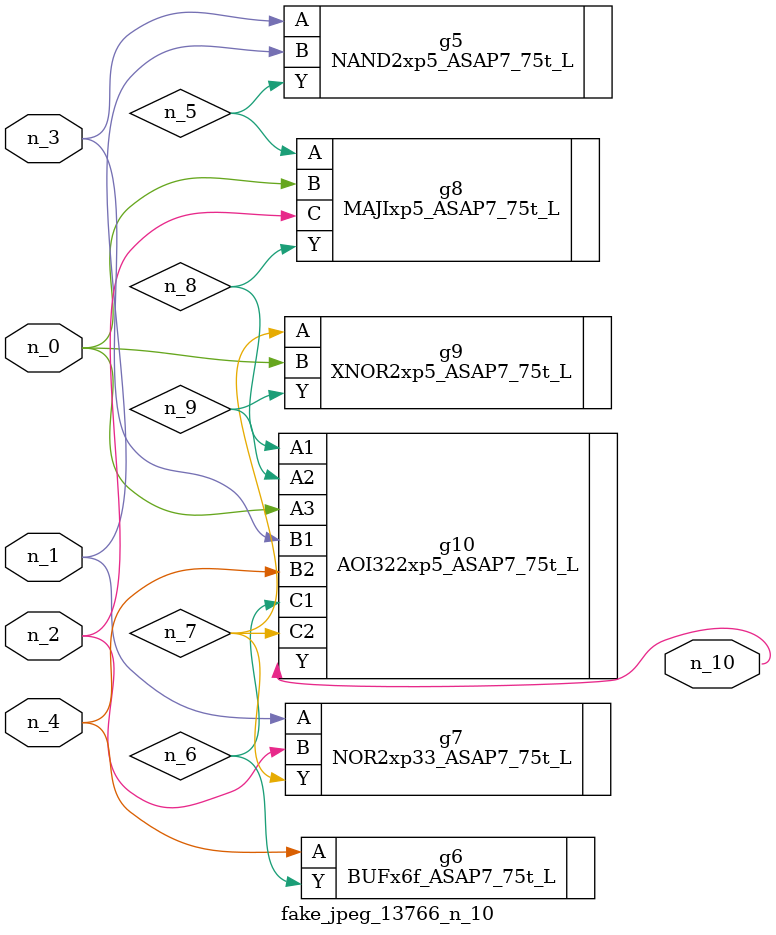
<source format=v>
module fake_jpeg_13766_n_10 (n_3, n_2, n_1, n_0, n_4, n_10);

input n_3;
input n_2;
input n_1;
input n_0;
input n_4;

output n_10;

wire n_8;
wire n_9;
wire n_6;
wire n_5;
wire n_7;

NAND2xp5_ASAP7_75t_L g5 ( 
.A(n_3),
.B(n_1),
.Y(n_5)
);

BUFx6f_ASAP7_75t_L g6 ( 
.A(n_4),
.Y(n_6)
);

NOR2xp33_ASAP7_75t_L g7 ( 
.A(n_1),
.B(n_2),
.Y(n_7)
);

MAJIxp5_ASAP7_75t_L g8 ( 
.A(n_5),
.B(n_0),
.C(n_2),
.Y(n_8)
);

AOI322xp5_ASAP7_75t_L g10 ( 
.A1(n_8),
.A2(n_9),
.A3(n_0),
.B1(n_3),
.B2(n_4),
.C1(n_6),
.C2(n_7),
.Y(n_10)
);

XNOR2xp5_ASAP7_75t_L g9 ( 
.A(n_7),
.B(n_0),
.Y(n_9)
);


endmodule
</source>
